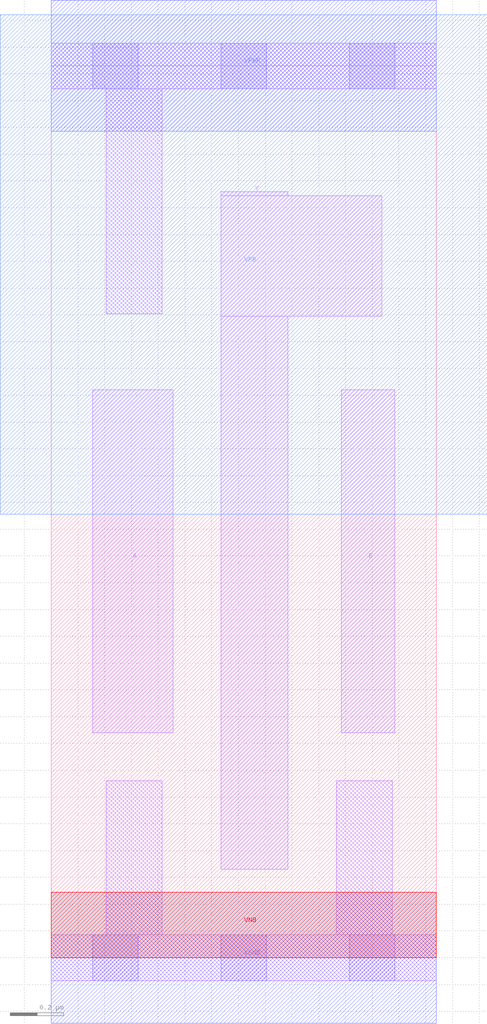
<source format=lef>
# Copyright 2020 The SkyWater PDK Authors
#
# Licensed under the Apache License, Version 2.0 (the "License");
# you may not use this file except in compliance with the License.
# You may obtain a copy of the License at
#
#     https://www.apache.org/licenses/LICENSE-2.0
#
# Unless required by applicable law or agreed to in writing, software
# distributed under the License is distributed on an "AS IS" BASIS,
# WITHOUT WARRANTIES OR CONDITIONS OF ANY KIND, either express or implied.
# See the License for the specific language governing permissions and
# limitations under the License.
#
# SPDX-License-Identifier: Apache-2.0

VERSION 5.7 ;
  NOWIREEXTENSIONATPIN ON ;
  DIVIDERCHAR "/" ;
  BUSBITCHARS "[]" ;
MACRO sky130_fd_sc_lp__nor2_m
  CLASS CORE ;
  FOREIGN sky130_fd_sc_lp__nor2_m ;
  ORIGIN  0.000000  0.000000 ;
  SIZE  1.440000 BY  3.330000 ;
  SYMMETRY X Y R90 ;
  SITE unit ;
  PIN A
    ANTENNAGATEAREA  0.126000 ;
    DIRECTION INPUT ;
    USE SIGNAL ;
    PORT
      LAYER li1 ;
        RECT 0.155000 0.840000 0.455000 2.120000 ;
    END
  END A
  PIN B
    ANTENNAGATEAREA  0.126000 ;
    DIRECTION INPUT ;
    USE SIGNAL ;
    PORT
      LAYER li1 ;
        RECT 1.085000 0.840000 1.285000 2.120000 ;
    END
  END B
  PIN Y
    ANTENNADIFFAREA  0.228900 ;
    DIRECTION OUTPUT ;
    USE SIGNAL ;
    PORT
      LAYER li1 ;
        RECT 0.635000 0.330000 0.885000 2.395000 ;
        RECT 0.635000 2.395000 1.235000 2.845000 ;
        RECT 0.635000 2.845000 0.885000 2.860000 ;
    END
  END Y
  PIN VGND
    DIRECTION INOUT ;
    USE GROUND ;
    PORT
      LAYER met1 ;
        RECT 0.000000 -0.245000 1.440000 0.245000 ;
    END
  END VGND
  PIN VNB
    DIRECTION INOUT ;
    USE GROUND ;
    PORT
      LAYER pwell ;
        RECT 0.000000 0.000000 1.440000 0.245000 ;
    END
  END VNB
  PIN VPB
    DIRECTION INOUT ;
    USE POWER ;
    PORT
      LAYER nwell ;
        RECT -0.190000 1.655000 1.630000 3.520000 ;
    END
  END VPB
  PIN VPWR
    DIRECTION INOUT ;
    USE POWER ;
    PORT
      LAYER met1 ;
        RECT 0.000000 3.085000 1.440000 3.575000 ;
    END
  END VPWR
  OBS
    LAYER li1 ;
      RECT 0.000000 -0.085000 1.440000 0.085000 ;
      RECT 0.000000  3.245000 1.440000 3.415000 ;
      RECT 0.205000  0.085000 0.415000 0.660000 ;
      RECT 0.205000  2.405000 0.415000 3.245000 ;
      RECT 1.065000  0.085000 1.275000 0.660000 ;
    LAYER mcon ;
      RECT 0.155000 -0.085000 0.325000 0.085000 ;
      RECT 0.155000  3.245000 0.325000 3.415000 ;
      RECT 0.635000 -0.085000 0.805000 0.085000 ;
      RECT 0.635000  3.245000 0.805000 3.415000 ;
      RECT 1.115000 -0.085000 1.285000 0.085000 ;
      RECT 1.115000  3.245000 1.285000 3.415000 ;
  END
END sky130_fd_sc_lp__nor2_m
END LIBRARY

</source>
